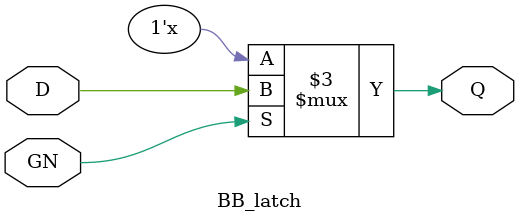
<source format=v>
module BB_latch(
  input D,
  input GN,
  output reg Q
);
// NULL MODULE
  always @(*) begin
    if(GN)begin
      Q = D;
    end
  end

endmodule

</source>
